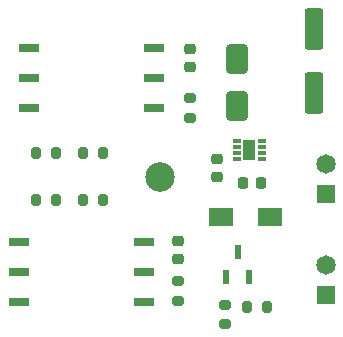
<source format=gts>
%TF.GenerationSoftware,KiCad,Pcbnew,9.0.5-9.0.5~ubuntu24.04.1*%
%TF.CreationDate,2025-10-25T11:16:37+03:00*%
%TF.ProjectId,Blood pressure sensor,426c6f6f-6420-4707-9265-737375726520,rev?*%
%TF.SameCoordinates,Original*%
%TF.FileFunction,Soldermask,Top*%
%TF.FilePolarity,Negative*%
%FSLAX46Y46*%
G04 Gerber Fmt 4.6, Leading zero omitted, Abs format (unit mm)*
G04 Created by KiCad (PCBNEW 9.0.5-9.0.5~ubuntu24.04.1) date 2025-10-25 11:16:37*
%MOMM*%
%LPD*%
G01*
G04 APERTURE LIST*
G04 Aperture macros list*
%AMRoundRect*
0 Rectangle with rounded corners*
0 $1 Rounding radius*
0 $2 $3 $4 $5 $6 $7 $8 $9 X,Y pos of 4 corners*
0 Add a 4 corners polygon primitive as box body*
4,1,4,$2,$3,$4,$5,$6,$7,$8,$9,$2,$3,0*
0 Add four circle primitives for the rounded corners*
1,1,$1+$1,$2,$3*
1,1,$1+$1,$4,$5*
1,1,$1+$1,$6,$7*
1,1,$1+$1,$8,$9*
0 Add four rect primitives between the rounded corners*
20,1,$1+$1,$2,$3,$4,$5,0*
20,1,$1+$1,$4,$5,$6,$7,0*
20,1,$1+$1,$6,$7,$8,$9,0*
20,1,$1+$1,$8,$9,$2,$3,0*%
G04 Aperture macros list end*
%ADD10RoundRect,0.250000X-0.550000X1.500000X-0.550000X-1.500000X0.550000X-1.500000X0.550000X1.500000X0*%
%ADD11RoundRect,0.200000X-0.200000X-0.275000X0.200000X-0.275000X0.200000X0.275000X-0.200000X0.275000X0*%
%ADD12R,1.650000X1.650000*%
%ADD13C,1.650000*%
%ADD14RoundRect,0.225000X-0.225000X-0.250000X0.225000X-0.250000X0.225000X0.250000X-0.225000X0.250000X0*%
%ADD15R,0.700000X0.300000*%
%ADD16R,1.000000X1.700000*%
%ADD17RoundRect,0.200000X0.275000X-0.200000X0.275000X0.200000X-0.275000X0.200000X-0.275000X-0.200000X0*%
%ADD18R,2.100000X1.500000*%
%ADD19RoundRect,0.225000X0.250000X-0.225000X0.250000X0.225000X-0.250000X0.225000X-0.250000X-0.225000X0*%
%ADD20RoundRect,0.200000X0.200000X0.275000X-0.200000X0.275000X-0.200000X-0.275000X0.200000X-0.275000X0*%
%ADD21R,0.600000X1.300000*%
%ADD22R,1.750000X0.650000*%
%ADD23RoundRect,0.200000X-0.275000X0.200000X-0.275000X-0.200000X0.275000X-0.200000X0.275000X0.200000X0*%
%ADD24C,2.500000*%
%ADD25RoundRect,0.250000X-0.650000X1.000000X-0.650000X-1.000000X0.650000X-1.000000X0.650000X1.000000X0*%
G04 APERTURE END LIST*
D10*
%TO.C,C5*%
X138500000Y-77000000D03*
X138500000Y-82400000D03*
%TD*%
D11*
%TO.C,R5*%
X119000000Y-91500000D03*
X120650000Y-91500000D03*
%TD*%
D12*
%TO.C,J1*%
X139500000Y-91000000D03*
D13*
X139500000Y-88460000D03*
%TD*%
D14*
%TO.C,C3*%
X132500000Y-90000000D03*
X134050000Y-90000000D03*
%TD*%
D15*
%TO.C,IC3*%
X134100000Y-88000000D03*
X134100000Y-87500000D03*
X134100000Y-87000000D03*
X134100000Y-86500000D03*
X132000000Y-86500000D03*
X132000000Y-87000000D03*
X132000000Y-87500000D03*
X132000000Y-88000000D03*
D16*
X133050000Y-87250000D03*
%TD*%
D17*
%TO.C,R7*%
X131000000Y-102000000D03*
X131000000Y-100350000D03*
%TD*%
D11*
%TO.C,R2*%
X115000000Y-87500000D03*
X116650000Y-87500000D03*
%TD*%
D18*
%TO.C,D2*%
X130625000Y-92900000D03*
X134825000Y-92900000D03*
%TD*%
D19*
%TO.C,C1*%
X128000000Y-80225000D03*
X128000000Y-78675000D03*
%TD*%
D20*
%TO.C,R3*%
X120650000Y-87500000D03*
X119000000Y-87500000D03*
%TD*%
D21*
%TO.C,Q1*%
X131100000Y-98000000D03*
X133000000Y-98000000D03*
X132050000Y-95900000D03*
%TD*%
D22*
%TO.C,IC2*%
X124100000Y-95000000D03*
X124100000Y-97540000D03*
X124100000Y-100080000D03*
X113500000Y-100080000D03*
X113500000Y-97540000D03*
X113500000Y-95000000D03*
%TD*%
D12*
%TO.C,J2*%
X139500000Y-99500000D03*
D13*
X139500000Y-96960000D03*
%TD*%
D23*
%TO.C,R1*%
X128000000Y-82850000D03*
X128000000Y-84500000D03*
%TD*%
D24*
%TO.C,REF1*%
X125500000Y-89500000D03*
%TD*%
D25*
%TO.C,D1*%
X132000000Y-79500000D03*
X132000000Y-83500000D03*
%TD*%
D19*
%TO.C,C2*%
X127000000Y-96500000D03*
X127000000Y-94950000D03*
%TD*%
%TO.C,C4*%
X130275000Y-89550000D03*
X130275000Y-88000000D03*
%TD*%
D11*
%TO.C,R6*%
X115000000Y-91500000D03*
X116650000Y-91500000D03*
%TD*%
D23*
%TO.C,R4*%
X127000000Y-98350000D03*
X127000000Y-100000000D03*
%TD*%
D20*
%TO.C,R8*%
X134500000Y-100500000D03*
X132850000Y-100500000D03*
%TD*%
D22*
%TO.C,IC1*%
X125000000Y-78595000D03*
X125000000Y-81135000D03*
X125000000Y-83675000D03*
X114400000Y-83675000D03*
X114400000Y-81135000D03*
X114400000Y-78595000D03*
%TD*%
M02*

</source>
